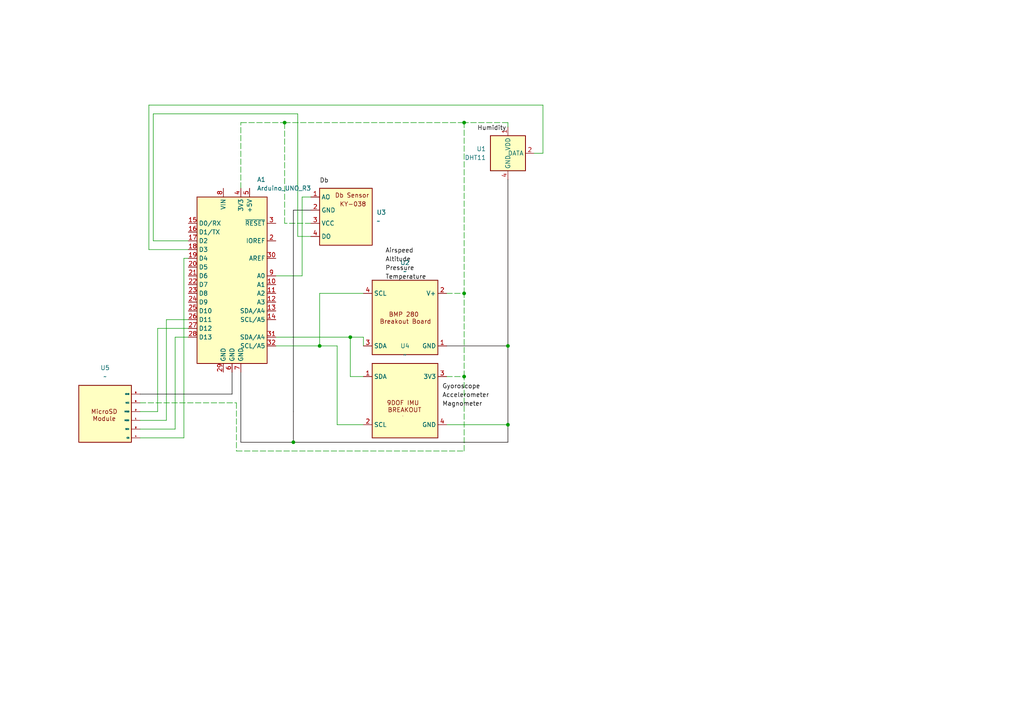
<source format=kicad_sch>
(kicad_sch (version 20250114) (generator "eeschema") (generator_version "9.0")
  (paper "A4")
  (title_block (title "Protype CAMSAT") (date "2026-02-07") (rev "1.0"))
  (lib_symbols
    (symbol "Custom Components:Adafruit_BMP280_Breakout"
      (property "Reference" "U" (at -1.778 -3.302 0))
      (symbol "Adafruit_BMP280_Breakout_0_1"
        (rectangle (start -10.16 11.43) (end 8.89 -10.16) (stroke (width 0.254)) (fill (type background)))
      )
      (symbol "Adafruit_BMP280_Breakout_1_1"
        (text "BMP 280 \nBreakout Board\n" (at -0.508 0.508 0) (effects (font (size 1.27 1.27))))
        (pin unspecified line (at -12.7 7.62 0) (length 2.54) (name "SCL") (number "4"))
        (pin unspecified line (at -12.7 -7.62 0) (length 2.54) (name "SDA") (number "3"))
        (pin unspecified line (at 11.43 7.62 180) (length 2.54) (name "V+") (number "2"))
        (pin bidirectional line (at 11.43 -7.62 180) (length 2.54) (name "GND") (number "1"))
      )
    )
    (symbol "Custom Components:D38_Pinout"
      (property "Reference" "U" (at 0 0 0))
      (symbol "D38_Pinout_0_1"
        (rectangle (start -8.89 10.16) (end 6.35 -6.35) (stroke (width 0.254)) (fill (type background)))
      )
      (symbol "D38_Pinout_1_1"
        (text "Db Sensor\n" (at 0.508 8.128 0) (effects (font (size 1.27 1.27))))
        (text "KY-038\n" (at 0.762 5.588 0) (effects (font (size 1.27 1.27))))
        (pin output line (at -11.43 7.62 0) (length 2.54) (name "AO") (number "1"))
        (pin bidirectional line (at -11.43 3.81 0) (length 2.54) (name "GND") (number "2"))
        (pin input line (at -11.43 0 0) (length 2.54) (name "VCC") (number "3"))
        (pin output line (at -11.43 -3.81 0) (length 2.54) (name "DO") (number "4"))
      )
    )
    (symbol "Custom Components:MicroSD_Module_Red_I2C"
      (property "Reference" "U" (at 0 0 0))
      (symbol "MicroSD_Module_Red_I2C_0_1"
        (rectangle (start -8.89 8.89) (end 10.16 -12.7) (stroke (width 0.254)) (fill (type background)))
        (rectangle (start 0 -6.35) (end 0 -6.35))
      )
      (symbol "MicroSD_Module_Red_I2C_1_1"
        (text "9DOF IMU \nBREAKOUT" (at 0.508 -3.556 0) (effects (font (size 1.27 1.27))))
        (pin bidirectional line (at -11.43 5.08 0) (length 2.54) (name "SDA") (number "1"))
        (pin input line (at -11.43 -8.89 0) (length 2.54) (name "SCL") (number "2"))
        (pin power_in line (at 12.7 5.08 180) (length 2.54) (name "3V3") (number "3"))
        (pin power_in line (at 12.7 -8.89 180) (length 2.54) (name "GND") (number "4"))
      )
    )
    (symbol "Custom Components:MicroSD_Module_SPI_6P"
      (property "Reference" "U" (at 0 0 0))
      (symbol "MicroSD_Module_SPI_6P_0_1"
        (rectangle (start 8.89 1.27) (end 24.13 -15.24) (stroke (width 0.254)) (fill (type background)))
      )
      (symbol "MicroSD_Module_SPI_6P_1_1"
        (text "MicroSD\nModule\n" (at 16.764 -6.604 0) (effects (font (size 1.27 1.27))))
        (pin input line (at 6.35 0 0) (length 2.54) (name "CS") (number "4"))
        (pin input line (at 6.35 -2.54 0) (length 2.54) (name "SCK") (number "3"))
        (pin input line (at 6.35 -5.08 0) (length 2.54) (name "MOSI") (number "1"))
        (pin output line (at 6.35 -7.62 0) (length 2.54) (name "MISO") (number "2"))
        (pin power_in line (at 6.35 -10.16 0) (length 2.54) (name "VCC") (number "5"))
        (pin power_in line (at 6.35 -12.7 0) (length 2.54) (name "GND") (number "6"))
      )
    )
    (symbol "MCU_Module:Arduino_UNO_R3"
      (property "Reference" "A" (at -10.16 23.495 0))
      (property "Value" "Arduino_UNO_R3" (at 5.08 -26.67 0))
      (symbol "Arduino_UNO_R3_0_1"
        (rectangle (start -10.16 22.86) (end 10.16 -25.4) (stroke (width 0.254)) (fill (type background)))
      )
      (symbol "Arduino_UNO_R3_1_1"
        (pin bidirectional line (at -12.7 15.24 0) (length 2.54) (name "D0/RX") (number "15"))
        (pin bidirectional line (at -12.7 12.7 0) (length 2.54) (name "D1/TX") (number "16"))
        (pin bidirectional line (at -12.7 10.16 0) (length 2.54) (name "D2") (number "17"))
        (pin bidirectional line (at -12.7 7.62 0) (length 2.54) (name "D3") (number "18"))
        (pin bidirectional line (at -12.7 5.08 0) (length 2.54) (name "D4") (number "19"))
        (pin bidirectional line (at -12.7 2.54 0) (length 2.54) (name "D5") (number "20"))
        (pin bidirectional line (at -12.7 0 0) (length 2.54) (name "D6") (number "21"))
        (pin bidirectional line (at -12.7 -2.54 0) (length 2.54) (name "D7") (number "22"))
        (pin bidirectional line (at -12.7 -5.08 0) (length 2.54) (name "D8") (number "23"))
        (pin bidirectional line (at -12.7 -7.62 0) (length 2.54) (name "D9") (number "24"))
        (pin bidirectional line (at -12.7 -10.16 0) (length 2.54) (name "D10") (number "25"))
        (pin bidirectional line (at -12.7 -12.7 0) (length 2.54) (name "D11") (number "26"))
        (pin bidirectional line (at -12.7 -15.24 0) (length 2.54) (name "D12") (number "27"))
        (pin bidirectional line (at -12.7 -17.78 0) (length 2.54) (name "D13") (number "28"))
        (pin no_connect line (at -10.16 -20.32 0) (length 2.54) (hide yes) (name "NC") (number "1"))
        (pin power_in line (at -2.54 25.4 270) (length 2.54) (name "VIN") (number "8"))
        (pin power_in line (at -2.54 -27.94 90) (length 2.54) (name "GND") (number "29"))
        (pin power_in line (at 0 -27.94 90) (length 2.54) (name "GND") (number "6"))
        (pin power_out line (at 2.54 25.4 270) (length 2.54) (name "3V3") (number "4"))
        (pin power_in line (at 2.54 -27.94 90) (length 2.54) (name "GND") (number "7"))
        (pin power_out line (at 5.08 25.4 270) (length 2.54) (name "+5V") (number "5"))
        (pin input line (at 12.7 15.24 180) (length 2.54) (name "~{RESET}") (number "3"))
        (pin output line (at 12.7 10.16 180) (length 2.54) (name "IOREF") (number "2"))
        (pin input line (at 12.7 5.08 180) (length 2.54) (name "AREF") (number "30"))
        (pin bidirectional line (at 12.7 0 180) (length 2.54) (name "A0") (number "9"))
        (pin bidirectional line (at 12.7 -2.54 180) (length 2.54) (name "A1") (number "10"))
        (pin bidirectional line (at 12.7 -5.08 180) (length 2.54) (name "A2") (number "11"))
        (pin bidirectional line (at 12.7 -7.62 180) (length 2.54) (name "A3") (number "12"))
        (pin bidirectional line (at 12.7 -10.16 180) (length 2.54) (name "SDA/A4") (number "13"))
        (pin bidirectional line (at 12.7 -12.7 180) (length 2.54) (name "SCL/A5") (number "14"))
        (pin bidirectional line (at 12.7 -17.78 180) (length 2.54) (name "SDA/A4") (number "31"))
        (pin bidirectional line (at 12.7 -20.32 180) (length 2.54) (name "SCL/A5") (number "32"))
      )
    )
    (symbol "Sensor:DHT11"
      (property "Reference" "U" (at -3.81 6.35 0))
      (property "Value" "DHT11" (at 3.81 6.35 0))
      (symbol "DHT11_0_1"
        (rectangle (start -5.08 5.08) (end 5.08 -5.08) (stroke (width 0.254)) (fill (type background)))
      )
      (symbol "DHT11_1_1"
        (pin no_connect line (at -5.08 0 0) (length 2.54) (hide yes) (name "NC") (number "3"))
        (pin power_in line (at 0 7.62 270) (length 2.54) (name "VDD") (number "1"))
        (pin power_in line (at 0 -7.62 90) (length 2.54) (name "GND") (number "4"))
        (pin bidirectional line (at 7.62 0 180) (length 2.54) (name "DATA") (number "2"))
      )
    )
  )
  (junction (at 101.6 97.79))
  (junction (at 92.71 100.33))
  (junction (at 147.32 100.33))
  (junction (at 85.09 128.27))
  (junction (at 147.32 123.19))
  (junction (at 134.62 109.22))
  (junction (at 134.62 85.09))
  (junction (at 134.62 35.56))
  (junction (at 82.55 35.56))
  (wire (pts (xy 129.54 100.33) (xy 147.32 100.33)) (stroke (width 0) (color 8 0 0 1)))
  (wire (pts (xy 101.6 109.22) (xy 105.41 109.22)))
  (wire (pts (xy 85.09 60.96) (xy 85.09 119.38)) (stroke (width 0) (color 0 0 0 1)))
  (wire (pts (xy 97.79 123.19) (xy 97.79 100.33)))
  (wire (pts (xy 101.6 97.79) (xy 101.6 109.22)))
  (wire (pts (xy 48.26 121.92) (xy 48.26 92.71)))
  (wire (pts (xy 40.64 121.92) (xy 48.26 121.92)))
  (wire (pts (xy 87.63 80.01) (xy 87.63 57.15)))
  (wire (pts (xy 45.72 119.38) (xy 45.72 95.25)))
  (wire (pts (xy 157.48 44.45) (xy 157.48 30.48)))
  (wire (pts (xy 92.71 85.09) (xy 92.71 100.33)))
  (wire (pts (xy 44.45 69.85) (xy 54.61 69.85)))
  (wire (pts (xy 40.64 114.3) (xy 67.31 114.3)) (stroke (width 0) (color 0 0 0 1)))
  (wire (pts (xy 69.85 54.61) (xy 69.85 35.56)) (stroke (width 0) (type dash)))
  (wire (pts (xy 80.01 80.01) (xy 87.63 80.01)))
  (wire (pts (xy 40.64 119.38) (xy 45.72 119.38)))
  (wire (pts (xy 86.36 33.02) (xy 44.45 33.02)))
  (wire (pts (xy 85.09 128.27) (xy 69.85 128.27)) (stroke (width 0) (color 8 0 0 1)))
  (wire (pts (xy 129.54 85.09) (xy 134.62 85.09)) (stroke (width 0) (type dash)))
  (wire (pts (xy 86.36 68.58) (xy 86.36 33.02)))
  (wire (pts (xy 67.31 114.3) (xy 67.31 107.95)) (stroke (width 0) (color 0 0 0 1)))
  (wire (pts (xy 90.17 64.77) (xy 82.55 64.77)) (stroke (width 0) (type dash)))
  (wire (pts (xy 69.85 107.95) (xy 69.85 128.27)) (stroke (width 0) (color 0 0 0 1)))
  (wire (pts (xy 45.72 95.25) (xy 54.61 95.25)))
  (wire (pts (xy 129.54 109.22) (xy 134.62 109.22)) (stroke (width 0) (type dash)))
  (wire (pts (xy 82.55 64.77) (xy 82.55 35.56)) (stroke (width 0) (type dash)))
  (wire (pts (xy 82.55 35.56) (xy 134.62 35.56)) (stroke (width 0) (type dash)))
  (wire (pts (xy 90.17 68.58) (xy 86.36 68.58)))
  (wire (pts (xy 105.41 100.33) (xy 105.41 97.79)))
  (wire (pts (xy 69.85 35.56) (xy 82.55 35.56)) (stroke (width 0) (type dash)))
  (wire (pts (xy 147.32 35.56) (xy 147.32 36.83)) (stroke (width 0) (type dash)))
  (wire (pts (xy 105.41 123.19) (xy 97.79 123.19)))
  (wire (pts (xy 134.62 85.09) (xy 134.62 35.56)) (stroke (width 0) (type dash)))
  (wire (pts (xy 40.64 124.46) (xy 50.8 124.46)))
  (wire (pts (xy 53.34 127) (xy 53.34 74.93)))
  (wire (pts (xy 80.01 100.33) (xy 92.71 100.33)))
  (wire (pts (xy 147.32 52.07) (xy 147.32 100.33)) (stroke (width 0) (color 8 0 0 1)))
  (wire (pts (xy 97.79 100.33) (xy 92.71 100.33)))
  (wire (pts (xy 154.94 44.45) (xy 157.48 44.45)))
  (wire (pts (xy 50.8 97.79) (xy 54.61 97.79)))
  (wire (pts (xy 90.17 60.96) (xy 85.09 60.96)) (stroke (width 0) (color 0 0 0 1)))
  (wire (pts (xy 134.62 130.81) (xy 134.62 109.22)) (stroke (width 0) (type dash)))
  (wire (pts (xy 48.26 92.71) (xy 54.61 92.71)))
  (wire (pts (xy 85.09 128.27) (xy 85.09 119.38)) (stroke (width 0) (color 8 0 0 1)))
  (wire (pts (xy 53.34 74.93) (xy 54.61 74.93)))
  (wire (pts (xy 147.32 128.27) (xy 85.09 128.27)) (stroke (width 0) (color 8 0 0 1)))
  (wire (pts (xy 43.18 72.39) (xy 54.61 72.39)))
  (wire (pts (xy 43.18 30.48) (xy 43.18 72.39)))
  (wire (pts (xy 134.62 109.22) (xy 134.62 85.09)) (stroke (width 0) (type dash)))
  (wire (pts (xy 68.58 130.81) (xy 134.62 130.81)) (stroke (width 0) (type dash)))
  (wire (pts (xy 44.45 33.02) (xy 44.45 69.85)))
  (wire (pts (xy 68.58 116.84) (xy 68.58 130.81)) (stroke (width 0) (type dash)))
  (wire (pts (xy 129.54 123.19) (xy 147.32 123.19)))
  (wire (pts (xy 87.63 57.15) (xy 90.17 57.15)))
  (wire (pts (xy 157.48 30.48) (xy 43.18 30.48)))
  (wire (pts (xy 147.32 123.19) (xy 147.32 128.27)) (stroke (width 0) (color 8 0 0 1)))
  (wire (pts (xy 50.8 124.46) (xy 50.8 97.79)))
  (wire (pts (xy 40.64 127) (xy 53.34 127)))
  (wire (pts (xy 40.64 116.84) (xy 68.58 116.84)) (stroke (width 0) (type dash)))
  (wire (pts (xy 80.01 97.79) (xy 101.6 97.79)))
  (wire (pts (xy 147.32 35.56) (xy 134.62 35.56)) (stroke (width 0) (type dash)))
  (wire (pts (xy 147.32 100.33) (xy 147.32 123.19)) (stroke (width 0) (color 8 0 0 1)))
  (wire (pts (xy 101.6 97.79) (xy 105.41 97.79)))
  (wire (pts (xy 92.71 85.09) (xy 105.41 85.09)))
  (label "Magnometer" (at 128.27 118.11 0))
  (label "Db" (at 92.71 53.34 0))
  (label "Pressure" (at 111.76 78.74 0))
  (label "Airspeed" (at 111.76 73.66 0))
  (label "Humidity" (at 138.43 38.1 0))
  (label "Gyoroscope" (at 128.27 113.03 0))
  (label "Accelerometer" (at 128.27 115.57 0))
  (label "Temperature" (at 111.76 81.28 0))
  (label "Altitude" (at 111.76 76.2 0))
  (symbol (lib_id "MCU_Module:Arduino_UNO_R3") (at 67.31 80.01 0) (unit 1)
    (property "Reference" "A1" (at 74.5333 52.07 0) (effects (justify left)))
    (property "Value" "Arduino_UNO_R3" (at 74.5333 54.61 0) (effects (justify left)))
    (property "Footprint" "Module:Arduino_UNO_R3" (effects (hide yes)))
    (property "Datasheet" "https://www.arduino.cc/en/Main/arduinoBoardUno" (effects (hide yes)))
    (property "Description" "Arduino UNO Microcontroller Module, release 3" (effects (hide yes)))
  )
  (symbol (lib_id "Custom Components:MicroSD_Module_SPI_6P") (at 46.99 127 180) (unit 1)
    (property "Reference" "U5" (at 30.48 106.68 0))
    (property "Value" "~" (at 30.48 109.22 0))
  )
  (symbol (lib_id "Custom Components:MicroSD_Module_Red_I2C") (at 116.84 114.3 0) (unit 1)
    (property "Reference" "U4" (at 117.475 100.33 0))
    (property "Value" "~" (at 117.475 102.87 0))
  )
  (symbol (lib_id "Custom Components:Adafruit_BMP280_Breakout") (at 118.11 92.71 0) (unit 1)
    (property "Reference" "U2" (at 117.475 76.2 0))
    (property "Value" "~" (at 117.475 78.74 0))
  )
  (symbol (lib_id "Custom Components:D38_Pinout") (at 101.6 64.77 0) (unit 1)
    (property "Reference" "U3" (at 109.22 61.5949 0) (effects (justify left)))
    (property "Value" "~" (at 109.22 64.1349 0) (effects (justify left)))
  )
  (symbol (lib_id "Sensor:DHT11") (at 147.32 44.45 0) (unit 1)
    (property "Reference" "U1" (at 140.97 43.1799 0) (effects (justify right)))
    (property "Value" "DHT11" (at 140.97 45.7199 0) (effects (justify right)))
    (property "Footprint" "Sensor:Aosong_DHT11_5.5x12.0_P2.54mm" (effects (hide yes)))
    (property "Datasheet" "http://akizukidenshi.com/download/ds/aosong/DHT11.pdf" (effects (hide yes)))
    (property "Description" "3.3V to 5.5V, temperature and humidity module, DHT11" (effects (hide yes)))
  )
)
</source>
